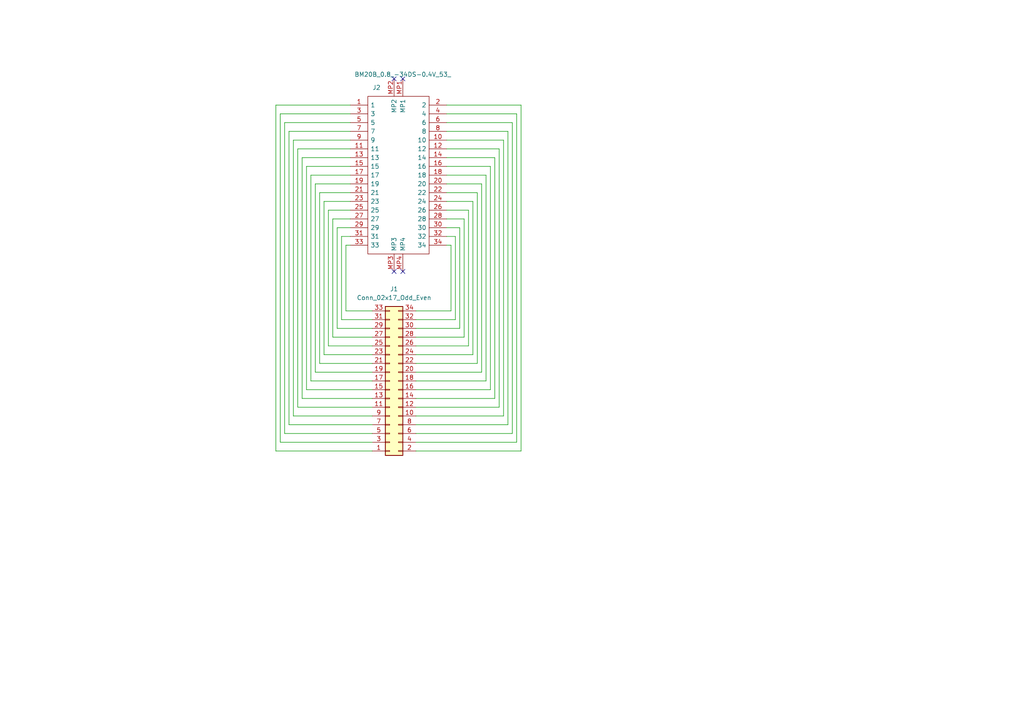
<source format=kicad_sch>
(kicad_sch (version 20211123) (generator eeschema)
  (paper "A4")
  (lib_symbols
    (symbol "Connector_Generic:Conn_02x17_Odd_Even" (pin_names (offset 1.016) hide)
      (property "Reference" "J" (at 1.27 22.86 0))
      (property "Value" "Conn_02x17_Odd_Even" (at 1.27 -22.86 0))
      (symbol "Conn_02x17_Odd_Even_1_1"
        (rectangle (start -1.27 -20.193) (end 0 -20.447) (stroke (width 0.1524)))
        (rectangle (start -1.27 -17.653) (end 0 -17.907) (stroke (width 0.1524)))
        (rectangle (start -1.27 -15.113) (end 0 -15.367) (stroke (width 0.1524)))
        (rectangle (start -1.27 -12.573) (end 0 -12.827) (stroke (width 0.1524)))
        (rectangle (start -1.27 -10.033) (end 0 -10.287) (stroke (width 0.1524)))
        (rectangle (start -1.27 -7.493) (end 0 -7.747) (stroke (width 0.1524)))
        (rectangle (start -1.27 -4.953) (end 0 -5.207) (stroke (width 0.1524)))
        (rectangle (start -1.27 -2.413) (end 0 -2.667) (stroke (width 0.1524)))
        (rectangle (start -1.27 0.127) (end 0 -0.127) (stroke (width 0.1524)))
        (rectangle (start -1.27 2.667) (end 0 2.413) (stroke (width 0.1524)))
        (rectangle (start -1.27 5.207) (end 0 4.953) (stroke (width 0.1524)))
        (rectangle (start -1.27 7.747) (end 0 7.493) (stroke (width 0.1524)))
        (rectangle (start -1.27 10.287) (end 0 10.033) (stroke (width 0.1524)))
        (rectangle (start -1.27 12.827) (end 0 12.573) (stroke (width 0.1524)))
        (rectangle (start -1.27 15.367) (end 0 15.113) (stroke (width 0.1524)))
        (rectangle (start -1.27 17.907) (end 0 17.653) (stroke (width 0.1524)))
        (rectangle (start -1.27 20.447) (end 0 20.193) (stroke (width 0.1524)))
        (rectangle (start -1.27 21.59) (end 3.81 -21.59) (stroke (width 0.254)) (fill (type background)))
        (rectangle (start 3.81 -20.193) (end 2.54 -20.447) (stroke (width 0.1524)))
        (rectangle (start 3.81 -17.653) (end 2.54 -17.907) (stroke (width 0.1524)))
        (rectangle (start 3.81 -15.113) (end 2.54 -15.367) (stroke (width 0.1524)))
        (rectangle (start 3.81 -12.573) (end 2.54 -12.827) (stroke (width 0.1524)))
        (rectangle (start 3.81 -10.033) (end 2.54 -10.287) (stroke (width 0.1524)))
        (rectangle (start 3.81 -7.493) (end 2.54 -7.747) (stroke (width 0.1524)))
        (rectangle (start 3.81 -4.953) (end 2.54 -5.207) (stroke (width 0.1524)))
        (rectangle (start 3.81 -2.413) (end 2.54 -2.667) (stroke (width 0.1524)))
        (rectangle (start 3.81 0.127) (end 2.54 -0.127) (stroke (width 0.1524)))
        (rectangle (start 3.81 2.667) (end 2.54 2.413) (stroke (width 0.1524)))
        (rectangle (start 3.81 5.207) (end 2.54 4.953) (stroke (width 0.1524)))
        (rectangle (start 3.81 7.747) (end 2.54 7.493) (stroke (width 0.1524)))
        (rectangle (start 3.81 10.287) (end 2.54 10.033) (stroke (width 0.1524)))
        (rectangle (start 3.81 12.827) (end 2.54 12.573) (stroke (width 0.1524)))
        (rectangle (start 3.81 15.367) (end 2.54 15.113) (stroke (width 0.1524)))
        (rectangle (start 3.81 17.907) (end 2.54 17.653) (stroke (width 0.1524)))
        (rectangle (start 3.81 20.447) (end 2.54 20.193) (stroke (width 0.1524)))
        (pin passive line (at -5.08 20.32 0) (length 3.81) (name "Pin_1") (number "1"))
        (pin passive line (at 7.62 10.16 180) (length 3.81) (name "Pin_10") (number "10"))
        (pin passive line (at -5.08 7.62 0) (length 3.81) (name "Pin_11") (number "11"))
        (pin passive line (at 7.62 7.62 180) (length 3.81) (name "Pin_12") (number "12"))
        (pin passive line (at -5.08 5.08 0) (length 3.81) (name "Pin_13") (number "13"))
        (pin passive line (at 7.62 5.08 180) (length 3.81) (name "Pin_14") (number "14"))
        (pin passive line (at -5.08 2.54 0) (length 3.81) (name "Pin_15") (number "15"))
        (pin passive line (at 7.62 2.54 180) (length 3.81) (name "Pin_16") (number "16"))
        (pin passive line (at -5.08 0 0) (length 3.81) (name "Pin_17") (number "17"))
        (pin passive line (at 7.62 0 180) (length 3.81) (name "Pin_18") (number "18"))
        (pin passive line (at -5.08 -2.54 0) (length 3.81) (name "Pin_19") (number "19"))
        (pin passive line (at 7.62 20.32 180) (length 3.81) (name "Pin_2") (number "2"))
        (pin passive line (at 7.62 -2.54 180) (length 3.81) (name "Pin_20") (number "20"))
        (pin passive line (at -5.08 -5.08 0) (length 3.81) (name "Pin_21") (number "21"))
        (pin passive line (at 7.62 -5.08 180) (length 3.81) (name "Pin_22") (number "22"))
        (pin passive line (at -5.08 -7.62 0) (length 3.81) (name "Pin_23") (number "23"))
        (pin passive line (at 7.62 -7.62 180) (length 3.81) (name "Pin_24") (number "24"))
        (pin passive line (at -5.08 -10.16 0) (length 3.81) (name "Pin_25") (number "25"))
        (pin passive line (at 7.62 -10.16 180) (length 3.81) (name "Pin_26") (number "26"))
        (pin passive line (at -5.08 -12.7 0) (length 3.81) (name "Pin_27") (number "27"))
        (pin passive line (at 7.62 -12.7 180) (length 3.81) (name "Pin_28") (number "28"))
        (pin passive line (at -5.08 -15.24 0) (length 3.81) (name "Pin_29") (number "29"))
        (pin passive line (at -5.08 17.78 0) (length 3.81) (name "Pin_3") (number "3"))
        (pin passive line (at 7.62 -15.24 180) (length 3.81) (name "Pin_30") (number "30"))
        (pin passive line (at -5.08 -17.78 0) (length 3.81) (name "Pin_31") (number "31"))
        (pin passive line (at 7.62 -17.78 180) (length 3.81) (name "Pin_32") (number "32"))
        (pin passive line (at -5.08 -20.32 0) (length 3.81) (name "Pin_33") (number "33"))
        (pin passive line (at 7.62 -20.32 180) (length 3.81) (name "Pin_34") (number "34"))
        (pin passive line (at 7.62 17.78 180) (length 3.81) (name "Pin_4") (number "4"))
        (pin passive line (at -5.08 15.24 0) (length 3.81) (name "Pin_5") (number "5"))
        (pin passive line (at 7.62 15.24 180) (length 3.81) (name "Pin_6") (number "6"))
        (pin passive line (at -5.08 12.7 0) (length 3.81) (name "Pin_7") (number "7"))
        (pin passive line (at 7.62 12.7 180) (length 3.81) (name "Pin_8") (number "8"))
        (pin passive line (at -5.08 10.16 0) (length 3.81) (name "Pin_9") (number "9"))
      )
    )
    (symbol "SamacSys_Parts:BM20B_0.8_-34DS-0.4V_53_" (pin_names (offset 0.762))
      (property "Reference" "J" (at 52.07 12.7 0))
      (property "Value" "BM20B_0.8_-34DS-0.4V_53_" (at 52.07 10.16 0))
      (symbol "BM20B_0.8_-34DS-0.4V_53__0_0"
        (pin passive line (at 7.62 -15.24 90) (length 5.08) (name "1") (number "1"))
        (pin passive line (at 17.78 12.7 270) (length 5.08) (name "10") (number "10"))
        (pin passive line (at 20.32 -15.24 90) (length 5.08) (name "11") (number "11"))
        (pin passive line (at 20.32 12.7 270) (length 5.08) (name "12") (number "12"))
        (pin passive line (at 22.86 -15.24 90) (length 5.08) (name "13") (number "13"))
        (pin passive line (at 22.86 12.7 270) (length 5.08) (name "14") (number "14"))
        (pin passive line (at 25.4 -15.24 90) (length 5.08) (name "15") (number "15"))
        (pin passive line (at 25.4 12.7 270) (length 5.08) (name "16") (number "16"))
        (pin passive line (at 27.94 -15.24 90) (length 5.08) (name "17") (number "17"))
        (pin passive line (at 27.94 12.7 270) (length 5.08) (name "18") (number "18"))
        (pin passive line (at 30.48 -15.24 90) (length 5.08) (name "19") (number "19"))
        (pin passive line (at 7.62 12.7 270) (length 5.08) (name "2") (number "2"))
        (pin passive line (at 30.48 12.7 270) (length 5.08) (name "20") (number "20"))
        (pin passive line (at 33.02 -15.24 90) (length 5.08) (name "21") (number "21"))
        (pin passive line (at 33.02 12.7 270) (length 5.08) (name "22") (number "22"))
        (pin passive line (at 35.56 -15.24 90) (length 5.08) (name "23") (number "23"))
        (pin passive line (at 35.56 12.7 270) (length 5.08) (name "24") (number "24"))
        (pin passive line (at 38.1 -15.24 90) (length 5.08) (name "25") (number "25"))
        (pin passive line (at 38.1 12.7 270) (length 5.08) (name "26") (number "26"))
        (pin passive line (at 40.64 -15.24 90) (length 5.08) (name "27") (number "27"))
        (pin passive line (at 40.64 12.7 270) (length 5.08) (name "28") (number "28"))
        (pin passive line (at 43.18 -15.24 90) (length 5.08) (name "29") (number "29"))
        (pin passive line (at 10.16 -15.24 90) (length 5.08) (name "3") (number "3"))
        (pin passive line (at 43.18 12.7 270) (length 5.08) (name "30") (number "30"))
        (pin passive line (at 45.72 -15.24 90) (length 5.08) (name "31") (number "31"))
        (pin passive line (at 45.72 12.7 270) (length 5.08) (name "32") (number "32"))
        (pin passive line (at 48.26 -15.24 90) (length 5.08) (name "33") (number "33"))
        (pin passive line (at 48.26 12.7 270) (length 5.08) (name "34") (number "34"))
        (pin passive line (at 10.16 12.7 270) (length 5.08) (name "4") (number "4"))
        (pin passive line (at 12.7 -15.24 90) (length 5.08) (name "5") (number "5"))
        (pin passive line (at 12.7 12.7 270) (length 5.08) (name "6") (number "6"))
        (pin passive line (at 15.24 -15.24 90) (length 5.08) (name "7") (number "7"))
        (pin passive line (at 15.24 12.7 270) (length 5.08) (name "8") (number "8"))
        (pin passive line (at 17.78 -15.24 90) (length 5.08) (name "9") (number "9"))
        (pin passive line (at 0 0 0) (length 5.08) (name "MP1") (number "MP1"))
        (pin passive line (at 0 -2.54 0) (length 5.08) (name "MP2") (number "MP2"))
        (pin passive line (at 55.88 -2.54 180) (length 5.08) (name "MP3") (number "MP3"))
        (pin passive line (at 55.88 0 180) (length 5.08) (name "MP4") (number "MP4"))
      )
      (symbol "BM20B_0.8_-34DS-0.4V_53__0_1"
        (polyline (pts (xy 5.08 7.62) (xy 50.8 7.62) (xy 50.8 -10.16) (xy 5.08 -10.16) (xy 5.08 7.62)) (stroke (width 0.1524)))
      )
    )
  )
  (no_connect (at 116.84 22.86))
  (no_connect (at 114.3 22.86))
  (no_connect (at 114.3 78.74))
  (no_connect (at 116.84 78.74))
  (wire (pts (xy 101.6 60.96) (xy 95.25 60.96)))
  (wire (pts (xy 138.43 55.88) (xy 138.43 105.41)))
  (wire (pts (xy 80.01 130.81) (xy 107.95 130.81)))
  (wire (pts (xy 101.6 45.72) (xy 87.63 45.72)))
  (wire (pts (xy 120.65 115.57) (xy 143.51 115.57)))
  (wire (pts (xy 134.62 63.5) (xy 134.62 97.79)))
  (wire (pts (xy 142.24 113.03) (xy 142.24 48.26)))
  (wire (pts (xy 101.6 30.48) (xy 80.01 30.48)))
  (wire (pts (xy 151.13 30.48) (xy 151.13 130.81)))
  (wire (pts (xy 88.9 48.26) (xy 101.6 48.26)))
  (wire (pts (xy 86.36 118.11) (xy 86.36 43.18)))
  (wire (pts (xy 142.24 48.26) (xy 129.54 48.26)))
  (wire (pts (xy 139.7 107.95) (xy 139.7 53.34)))
  (wire (pts (xy 130.81 71.12) (xy 129.54 71.12)))
  (wire (pts (xy 87.63 115.57) (xy 107.95 115.57)))
  (wire (pts (xy 120.65 123.19) (xy 147.32 123.19)))
  (wire (pts (xy 81.28 128.27) (xy 81.28 33.02)))
  (wire (pts (xy 133.35 95.25) (xy 133.35 66.04)))
  (wire (pts (xy 133.35 66.04) (xy 129.54 66.04)))
  (wire (pts (xy 129.54 55.88) (xy 138.43 55.88)))
  (wire (pts (xy 96.52 97.79) (xy 107.95 97.79)))
  (wire (pts (xy 82.55 125.73) (xy 107.95 125.73)))
  (wire (pts (xy 149.86 33.02) (xy 129.54 33.02)))
  (wire (pts (xy 97.79 95.25) (xy 97.79 66.04)))
  (wire (pts (xy 95.25 100.33) (xy 107.95 100.33)))
  (wire (pts (xy 92.71 105.41) (xy 107.95 105.41)))
  (wire (pts (xy 135.89 60.96) (xy 135.89 100.33)))
  (wire (pts (xy 91.44 53.34) (xy 101.6 53.34)))
  (wire (pts (xy 120.65 113.03) (xy 142.24 113.03)))
  (wire (pts (xy 99.06 68.58) (xy 99.06 92.71)))
  (wire (pts (xy 80.01 30.48) (xy 80.01 130.81)))
  (wire (pts (xy 93.98 58.42) (xy 101.6 58.42)))
  (wire (pts (xy 93.98 102.87) (xy 93.98 58.42)))
  (wire (pts (xy 87.63 45.72) (xy 87.63 115.57)))
  (wire (pts (xy 88.9 113.03) (xy 88.9 48.26)))
  (wire (pts (xy 100.33 90.17) (xy 100.33 71.12)))
  (wire (pts (xy 132.08 68.58) (xy 132.08 92.71)))
  (wire (pts (xy 129.54 40.64) (xy 146.05 40.64)))
  (wire (pts (xy 120.65 128.27) (xy 149.86 128.27)))
  (wire (pts (xy 83.82 38.1) (xy 101.6 38.1)))
  (wire (pts (xy 147.32 38.1) (xy 129.54 38.1)))
  (wire (pts (xy 83.82 123.19) (xy 83.82 38.1)))
  (wire (pts (xy 96.52 63.5) (xy 96.52 97.79)))
  (wire (pts (xy 140.97 50.8) (xy 140.97 110.49)))
  (wire (pts (xy 130.81 90.17) (xy 130.81 71.12)))
  (wire (pts (xy 107.95 95.25) (xy 97.79 95.25)))
  (wire (pts (xy 107.95 113.03) (xy 88.9 113.03)))
  (wire (pts (xy 129.54 50.8) (xy 140.97 50.8)))
  (wire (pts (xy 82.55 35.56) (xy 82.55 125.73)))
  (wire (pts (xy 148.59 35.56) (xy 148.59 125.73)))
  (wire (pts (xy 120.65 102.87) (xy 137.16 102.87)))
  (wire (pts (xy 120.65 100.33) (xy 135.89 100.33)))
  (wire (pts (xy 120.65 95.25) (xy 133.35 95.25)))
  (wire (pts (xy 143.51 45.72) (xy 143.51 115.57)))
  (wire (pts (xy 92.71 55.88) (xy 92.71 105.41)))
  (wire (pts (xy 107.95 90.17) (xy 100.33 90.17)))
  (wire (pts (xy 120.65 92.71) (xy 132.08 92.71)))
  (wire (pts (xy 129.54 68.58) (xy 132.08 68.58)))
  (wire (pts (xy 85.09 120.65) (xy 107.95 120.65)))
  (wire (pts (xy 139.7 53.34) (xy 129.54 53.34)))
  (wire (pts (xy 101.6 50.8) (xy 90.17 50.8)))
  (wire (pts (xy 137.16 102.87) (xy 137.16 58.42)))
  (wire (pts (xy 101.6 63.5) (xy 96.52 63.5)))
  (wire (pts (xy 99.06 92.71) (xy 107.95 92.71)))
  (wire (pts (xy 129.54 45.72) (xy 143.51 45.72)))
  (wire (pts (xy 95.25 60.96) (xy 95.25 100.33)))
  (wire (pts (xy 144.78 43.18) (xy 129.54 43.18)))
  (wire (pts (xy 120.65 97.79) (xy 134.62 97.79)))
  (wire (pts (xy 107.95 118.11) (xy 86.36 118.11)))
  (wire (pts (xy 101.6 68.58) (xy 99.06 68.58)))
  (wire (pts (xy 129.54 60.96) (xy 135.89 60.96)))
  (wire (pts (xy 90.17 50.8) (xy 90.17 110.49)))
  (wire (pts (xy 101.6 55.88) (xy 92.71 55.88)))
  (wire (pts (xy 120.65 120.65) (xy 146.05 120.65)))
  (wire (pts (xy 101.6 35.56) (xy 82.55 35.56)))
  (wire (pts (xy 107.95 128.27) (xy 81.28 128.27)))
  (wire (pts (xy 149.86 128.27) (xy 149.86 33.02)))
  (wire (pts (xy 86.36 43.18) (xy 101.6 43.18)))
  (wire (pts (xy 120.65 105.41) (xy 138.43 105.41)))
  (wire (pts (xy 97.79 66.04) (xy 101.6 66.04)))
  (wire (pts (xy 91.44 107.95) (xy 91.44 53.34)))
  (wire (pts (xy 129.54 35.56) (xy 148.59 35.56)))
  (wire (pts (xy 85.09 40.64) (xy 85.09 120.65)))
  (wire (pts (xy 129.54 30.48) (xy 151.13 30.48)))
  (wire (pts (xy 137.16 58.42) (xy 129.54 58.42)))
  (wire (pts (xy 120.65 90.17) (xy 130.81 90.17)))
  (wire (pts (xy 107.95 123.19) (xy 83.82 123.19)))
  (wire (pts (xy 120.65 130.81) (xy 151.13 130.81)))
  (wire (pts (xy 101.6 40.64) (xy 85.09 40.64)))
  (wire (pts (xy 129.54 63.5) (xy 134.62 63.5)))
  (wire (pts (xy 120.65 118.11) (xy 144.78 118.11)))
  (wire (pts (xy 100.33 71.12) (xy 101.6 71.12)))
  (wire (pts (xy 120.65 125.73) (xy 148.59 125.73)))
  (wire (pts (xy 120.65 110.49) (xy 140.97 110.49)))
  (wire (pts (xy 81.28 33.02) (xy 101.6 33.02)))
  (wire (pts (xy 107.95 107.95) (xy 91.44 107.95)))
  (wire (pts (xy 146.05 40.64) (xy 146.05 120.65)))
  (wire (pts (xy 144.78 118.11) (xy 144.78 43.18)))
  (wire (pts (xy 147.32 123.19) (xy 147.32 38.1)))
  (wire (pts (xy 120.65 107.95) (xy 139.7 107.95)))
  (wire (pts (xy 90.17 110.49) (xy 107.95 110.49)))
  (wire (pts (xy 107.95 102.87) (xy 93.98 102.87)))
  (symbol (lib_id "Connector_Generic:Conn_02x17_Odd_Even") (at 113.03 110.49 0) (mirror x) (unit 1)
    (property "Reference" "J1" (at 114.3 83.82 0))
    (property "Value" "Conn_02x17_Odd_Even" (at 114.3 86.36 0))
    (property "Footprint" "Connector_PinHeader_2.54mm:PinHeader_2x17_P2.54mm_Vertical" (effects hide))
  )
  (symbol (lib_id "SamacSys_Parts:BM20B_0.8_-34DS-0.4V_53_") (at 116.84 22.86 270) (unit 1)
    (property "Reference" "J2" (at 109.22 25.4 90))
    (property "Value" "BM20B_0.8_-34DS-0.4V_53_" (at 116.84 21.59 90))
    (property "Footprint" "SamacSys_Parts:BM20B0834DS04V53" (effects hide))
    (property "Datasheet" "https://www.hirose.com/en/product/document?clcode=CL0684-9020-0-53&productname=BM20B(0.8)-34DS-0.4V(53)&series=BM20&documenttype=2DDrawing&lang=en&documentid=0001372404" (effects hide))
    (property "Description" "Board to Board & Mezzanine Connectors 34P DR RCP B2B/B2FPC 0.8mm H 0.4mm P VSMT" (effects hide))
    (property "Height" "0.9" (effects hide))
    (property "Mouser Part Number" "798-BM20B0834DS04V53" (effects hide))
    (property "Mouser Price/Stock" "https://www.mouser.co.uk/ProductDetail/Hirose-Connector/BM20B08-34DS-04V53?qs=AAveGqk956HKBDZ2sUIWMg%3D%3D" (effects hide))
    (property "Manufacturer_Name" "Hirose" (effects hide))
    (property "Manufacturer_Part_Number" "BM20B(0.8)-34DS-0.4V(53)" (effects hide))
  )
)
</source>
